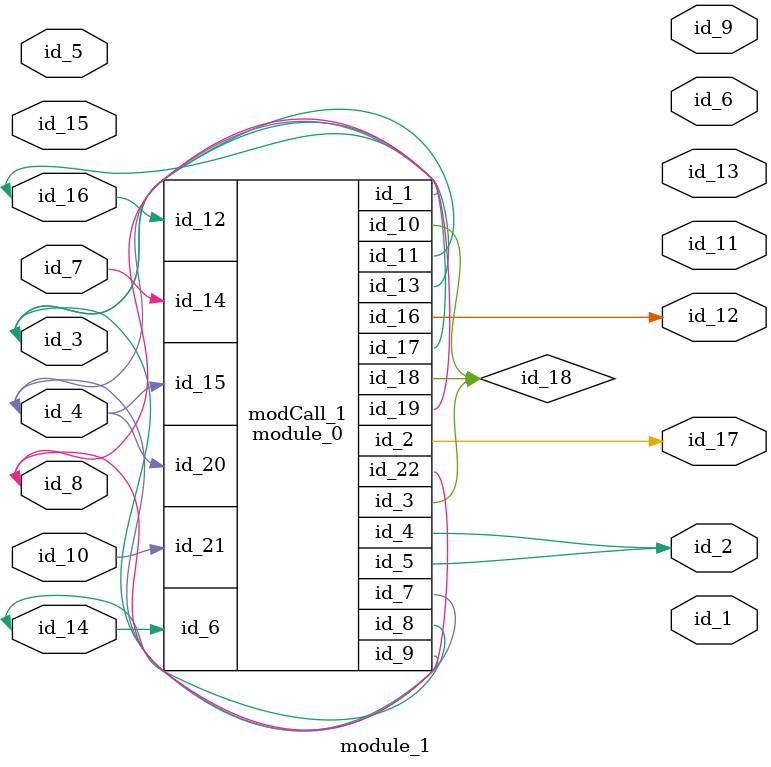
<source format=v>
module module_0 (
    id_1,
    id_2,
    id_3,
    id_4,
    id_5,
    id_6,
    id_7,
    id_8,
    id_9,
    id_10,
    id_11,
    id_12,
    id_13,
    id_14,
    id_15,
    id_16,
    id_17,
    id_18,
    id_19,
    id_20,
    id_21,
    id_22
);
  output wire id_22;
  input wire id_21;
  input wire id_20;
  inout wire id_19;
  output wire id_18;
  output wire id_17;
  output wire id_16;
  input wire id_15;
  input wire id_14;
  inout wire id_13;
  input wire id_12;
  inout wire id_11;
  output wire id_10;
  inout wire id_9;
  inout wire id_8;
  output wire id_7;
  input wire id_6;
  output wire id_5;
  output wire id_4;
  output wire id_3;
  output wire id_2;
  output wire id_1;
  wire id_23;
  assign id_13 = id_23;
endmodule
module module_1 (
    id_1,
    id_2,
    id_3,
    id_4,
    id_5,
    id_6,
    id_7,
    id_8,
    id_9,
    id_10,
    id_11,
    id_12,
    id_13,
    id_14,
    id_15,
    id_16,
    id_17
);
  output wire id_17;
  inout wire id_16;
  inout wire id_15;
  inout wire id_14;
  output wire id_13;
  output wire id_12;
  output wire id_11;
  input wire id_10;
  output wire id_9;
  inout wire id_8;
  input wire id_7;
  output wire id_6;
  input wire id_5;
  inout wire id_4;
  inout wire id_3;
  output wire id_2;
  output wire id_1;
  wire id_18;
  module_0 modCall_1 (
      id_4,
      id_17,
      id_18,
      id_2,
      id_2,
      id_14,
      id_4,
      id_14,
      id_3,
      id_18,
      id_3,
      id_16,
      id_16,
      id_7,
      id_4,
      id_12,
      id_3,
      id_18,
      id_8,
      id_4,
      id_10,
      id_8
  );
endmodule

</source>
